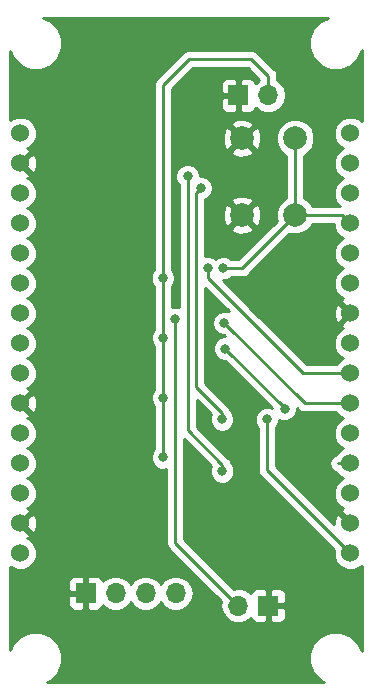
<source format=gbr>
G04 #@! TF.GenerationSoftware,KiCad,Pcbnew,(5.0.2)-1*
G04 #@! TF.CreationDate,2019-06-27T16:40:18+05:30*
G04 #@! TF.ProjectId,mAhTime,6d416854-696d-4652-9e6b-696361645f70,rev?*
G04 #@! TF.SameCoordinates,Original*
G04 #@! TF.FileFunction,Copper,L2,Bot*
G04 #@! TF.FilePolarity,Positive*
%FSLAX46Y46*%
G04 Gerber Fmt 4.6, Leading zero omitted, Abs format (unit mm)*
G04 Created by KiCad (PCBNEW (5.0.2)-1) date 06/27/19 16:40:18*
%MOMM*%
%LPD*%
G01*
G04 APERTURE LIST*
G04 #@! TA.AperFunction,ComponentPad*
%ADD10O,1.700000X1.700000*%
G04 #@! TD*
G04 #@! TA.AperFunction,ComponentPad*
%ADD11R,1.700000X1.700000*%
G04 #@! TD*
G04 #@! TA.AperFunction,ComponentPad*
%ADD12C,1.524000*%
G04 #@! TD*
G04 #@! TA.AperFunction,ComponentPad*
%ADD13C,2.000000*%
G04 #@! TD*
G04 #@! TA.AperFunction,ViaPad*
%ADD14C,0.800000*%
G04 #@! TD*
G04 #@! TA.AperFunction,Conductor*
%ADD15C,0.250000*%
G04 #@! TD*
G04 #@! TA.AperFunction,Conductor*
%ADD16C,0.254000*%
G04 #@! TD*
G04 APERTURE END LIST*
D10*
G04 #@! TO.P,J3,4*
G04 #@! TO.N,/SDA*
X27980000Y-61800000D03*
G04 #@! TO.P,J3,3*
G04 #@! TO.N,/SCL*
X25440000Y-61800000D03*
G04 #@! TO.P,J3,2*
G04 #@! TO.N,/Vcc*
X22900000Y-61800000D03*
D11*
G04 #@! TO.P,J3,1*
G04 #@! TO.N,GND*
X20360000Y-61800000D03*
G04 #@! TD*
D12*
G04 #@! TO.P,U1,1*
G04 #@! TO.N,/Vin*
X14830000Y-22880000D03*
G04 #@! TO.P,U1,2*
G04 #@! TO.N,GND*
X14830000Y-25420000D03*
G04 #@! TO.P,U1,3*
G04 #@! TO.N,Net-(U1-Pad3)*
X14830000Y-27960000D03*
G04 #@! TO.P,U1,4*
G04 #@! TO.N,Net-(U1-Pad4)*
X14830000Y-30500000D03*
G04 #@! TO.P,U1,5*
G04 #@! TO.N,Net-(U1-Pad5)*
X14830000Y-33040000D03*
G04 #@! TO.P,U1,6*
G04 #@! TO.N,Net-(U1-Pad6)*
X14830000Y-35580000D03*
G04 #@! TO.P,U1,7*
G04 #@! TO.N,Net-(U1-Pad7)*
X14830000Y-38120000D03*
G04 #@! TO.P,U1,8*
G04 #@! TO.N,Net-(U1-Pad8)*
X14830000Y-40660000D03*
G04 #@! TO.P,U1,9*
G04 #@! TO.N,Net-(U1-Pad9)*
X14830000Y-43200000D03*
G04 #@! TO.P,U1,10*
G04 #@! TO.N,GND*
X14830000Y-45740000D03*
G04 #@! TO.P,U1,11*
G04 #@! TO.N,/Vcc*
X14830000Y-48280000D03*
G04 #@! TO.P,U1,12*
G04 #@! TO.N,Net-(U1-Pad12)*
X14830000Y-50820000D03*
G04 #@! TO.P,U1,13*
G04 #@! TO.N,Net-(U1-Pad13)*
X14830000Y-53360000D03*
G04 #@! TO.P,U1,14*
G04 #@! TO.N,GND*
X14830000Y-55900000D03*
G04 #@! TO.P,U1,15*
G04 #@! TO.N,Net-(U1-Pad15)*
X14830000Y-58440000D03*
G04 #@! TO.P,U1,16*
G04 #@! TO.N,/Vcc*
X42770000Y-58440000D03*
G04 #@! TO.P,U1,17*
G04 #@! TO.N,GND*
X42770000Y-55900000D03*
G04 #@! TO.P,U1,18*
G04 #@! TO.N,Net-(U1-Pad18)*
X42770000Y-53360000D03*
G04 #@! TO.P,U1,19*
G04 #@! TO.N,Net-(U1-Pad19)*
X42770000Y-50820000D03*
G04 #@! TO.P,U1,20*
G04 #@! TO.N,Net-(U1-Pad20)*
X42770000Y-48280000D03*
G04 #@! TO.P,U1,21*
G04 #@! TO.N,/Ctrl4*
X42770000Y-45740000D03*
G04 #@! TO.P,U1,22*
G04 #@! TO.N,/En_VD*
X42770000Y-43200000D03*
G04 #@! TO.P,U1,23*
G04 #@! TO.N,/SCL*
X42770000Y-40660000D03*
G04 #@! TO.P,U1,24*
G04 #@! TO.N,GND*
X42770000Y-38120000D03*
G04 #@! TO.P,U1,25*
G04 #@! TO.N,/Vcc*
X42770000Y-35580000D03*
G04 #@! TO.P,U1,26*
G04 #@! TO.N,/SDA*
X42770000Y-33040000D03*
G04 #@! TO.P,U1,27*
G04 #@! TO.N,/SW*
X42770000Y-30500000D03*
G04 #@! TO.P,U1,28*
G04 #@! TO.N,/Ctrl3*
X42770000Y-27960000D03*
G04 #@! TO.P,U1,29*
G04 #@! TO.N,/Ctrl2*
X42770000Y-25420000D03*
G04 #@! TO.P,U1,30*
G04 #@! TO.N,/Ctrl1*
X42770000Y-22880000D03*
G04 #@! TD*
D10*
G04 #@! TO.P,J1,2*
G04 #@! TO.N,/Vbat*
X35814000Y-19650000D03*
D11*
G04 #@! TO.P,J1,1*
G04 #@! TO.N,GND*
X33274000Y-19650000D03*
G04 #@! TD*
G04 #@! TO.P,J2,1*
G04 #@! TO.N,GND*
X35814000Y-62865000D03*
D10*
G04 #@! TO.P,J2,2*
G04 #@! TO.N,/dut*
X33274000Y-62865000D03*
G04 #@! TD*
D13*
G04 #@! TO.P,SW1,1*
G04 #@! TO.N,/SW*
X38100000Y-23300000D03*
G04 #@! TO.P,SW1,2*
G04 #@! TO.N,GND*
X33600000Y-23300000D03*
G04 #@! TO.P,SW1,1*
G04 #@! TO.N,/SW*
X38100000Y-29800000D03*
G04 #@! TO.P,SW1,2*
G04 #@! TO.N,GND*
X33600000Y-29800000D03*
G04 #@! TD*
D14*
G04 #@! TO.N,/Ctrl1*
X31920000Y-51500000D03*
X29000000Y-26500000D03*
G04 #@! TO.N,/Ctrl2*
X30100000Y-27500000D03*
X31900000Y-47090000D03*
G04 #@! TO.N,/Ctrl3*
X32160000Y-41100000D03*
X37200000Y-46200000D03*
G04 #@! TO.N,/Ctrl4*
X32100000Y-38930000D03*
G04 #@! TO.N,/Vcc*
X35700000Y-47100000D03*
G04 #@! TO.N,/Vbat*
X26900000Y-40170000D03*
X26900000Y-45270000D03*
X26900000Y-50310000D03*
X26890000Y-35120000D03*
G04 #@! TO.N,/SW*
X32000000Y-34300000D03*
G04 #@! TO.N,/En_VD*
X30700000Y-34300000D03*
G04 #@! TO.N,/dut*
X27940000Y-38590000D03*
G04 #@! TD*
D15*
G04 #@! TO.N,/Ctrl1*
X31920000Y-50934315D02*
X31920000Y-51500000D01*
X29000000Y-26500000D02*
X29000000Y-48014315D01*
X29000000Y-48014315D02*
X31920000Y-50934315D01*
G04 #@! TO.N,/Ctrl2*
X29700001Y-27899999D02*
X30100000Y-27500000D01*
X29700001Y-44324316D02*
X29700001Y-27899999D01*
X31900000Y-46524315D02*
X29700001Y-44324316D01*
X31900000Y-47090000D02*
X31900000Y-46524315D01*
G04 #@! TO.N,/Ctrl3*
X37200000Y-46140000D02*
X37200000Y-46200000D01*
X32160000Y-41100000D02*
X37200000Y-46140000D01*
G04 #@! TO.N,/Ctrl4*
X32100000Y-38930000D02*
X38890000Y-45720000D01*
X38890000Y-45720000D02*
X42810000Y-45720000D01*
G04 #@! TO.N,/Vcc*
X35700000Y-51370000D02*
X42770000Y-58440000D01*
X35700000Y-47100000D02*
X35700000Y-51370000D01*
G04 #@! TO.N,/Vbat*
X26890000Y-40160000D02*
X26900000Y-40170000D01*
X26890000Y-35120000D02*
X26890000Y-40160000D01*
X26900000Y-40735685D02*
X26900000Y-45270000D01*
X26900000Y-40170000D02*
X26900000Y-40735685D01*
X26900000Y-45835685D02*
X26900000Y-50310000D01*
X26900000Y-45270000D02*
X26900000Y-45835685D01*
X35814000Y-18014000D02*
X35814000Y-19650000D01*
X34400000Y-16600000D02*
X35814000Y-18014000D01*
X29100000Y-16600000D02*
X34400000Y-16600000D01*
X26890000Y-35120000D02*
X26890000Y-18810000D01*
X26890000Y-18810000D02*
X29100000Y-16600000D01*
G04 #@! TO.N,/SW*
X38100000Y-24714213D02*
X38100000Y-29800000D01*
X38100000Y-23300000D02*
X38100000Y-24714213D01*
X42070000Y-29800000D02*
X42770000Y-30500000D01*
X38100000Y-29800000D02*
X42070000Y-29800000D01*
X33600000Y-34300000D02*
X38100000Y-29800000D01*
X32000000Y-34300000D02*
X33600000Y-34300000D01*
G04 #@! TO.N,/En_VD*
X41732370Y-43180000D02*
X42810000Y-43180000D01*
X30700000Y-34300000D02*
X30700000Y-35127002D01*
X30700000Y-35127002D02*
X38752998Y-43180000D01*
X38752998Y-43180000D02*
X41732370Y-43180000D01*
G04 #@! TO.N,/dut*
X27940000Y-38590000D02*
X27940000Y-48133000D01*
X27940000Y-48133000D02*
X27940000Y-48260000D01*
X27940000Y-57531000D02*
X33274000Y-62865000D01*
X27940000Y-48133000D02*
X27940000Y-57531000D01*
G04 #@! TO.N,Net-(U1-Pad19)*
X41732370Y-50800000D02*
X42810000Y-50800000D01*
G04 #@! TD*
D16*
G04 #@! TO.N,GND*
G36*
X40262974Y-13345259D02*
X39634259Y-13973974D01*
X39294000Y-14795431D01*
X39294000Y-15684569D01*
X39634259Y-16506026D01*
X40262974Y-17134741D01*
X41084431Y-17475000D01*
X41973569Y-17475000D01*
X42795026Y-17134741D01*
X43423741Y-16506026D01*
X43715000Y-15802865D01*
X43715000Y-21849343D01*
X43561337Y-21695680D01*
X43047881Y-21483000D01*
X42492119Y-21483000D01*
X41978663Y-21695680D01*
X41585680Y-22088663D01*
X41373000Y-22602119D01*
X41373000Y-23157881D01*
X41585680Y-23671337D01*
X41978663Y-24064320D01*
X42185513Y-24150000D01*
X41978663Y-24235680D01*
X41585680Y-24628663D01*
X41373000Y-25142119D01*
X41373000Y-25697881D01*
X41585680Y-26211337D01*
X41978663Y-26604320D01*
X42185513Y-26690000D01*
X41978663Y-26775680D01*
X41585680Y-27168663D01*
X41373000Y-27682119D01*
X41373000Y-28237881D01*
X41585680Y-28751337D01*
X41874343Y-29040000D01*
X39554909Y-29040000D01*
X39486086Y-28873847D01*
X39026153Y-28413914D01*
X38860000Y-28345091D01*
X38860000Y-24754909D01*
X39026153Y-24686086D01*
X39486086Y-24226153D01*
X39735000Y-23625222D01*
X39735000Y-22974778D01*
X39486086Y-22373847D01*
X39026153Y-21913914D01*
X38425222Y-21665000D01*
X37774778Y-21665000D01*
X37173847Y-21913914D01*
X36713914Y-22373847D01*
X36465000Y-22974778D01*
X36465000Y-23625222D01*
X36713914Y-24226153D01*
X37173847Y-24686086D01*
X37340000Y-24754909D01*
X37340001Y-28345091D01*
X37173847Y-28413914D01*
X36713914Y-28873847D01*
X36465000Y-29474778D01*
X36465000Y-30125222D01*
X36533823Y-30291375D01*
X33285199Y-33540000D01*
X32703711Y-33540000D01*
X32586280Y-33422569D01*
X32205874Y-33265000D01*
X31794126Y-33265000D01*
X31413720Y-33422569D01*
X31350000Y-33486289D01*
X31286280Y-33422569D01*
X30905874Y-33265000D01*
X30494126Y-33265000D01*
X30460001Y-33279135D01*
X30460001Y-30952532D01*
X32627073Y-30952532D01*
X32725736Y-31219387D01*
X33335461Y-31445908D01*
X33985460Y-31421856D01*
X34474264Y-31219387D01*
X34572927Y-30952532D01*
X33600000Y-29979605D01*
X32627073Y-30952532D01*
X30460001Y-30952532D01*
X30460001Y-29535461D01*
X31954092Y-29535461D01*
X31978144Y-30185460D01*
X32180613Y-30674264D01*
X32447468Y-30772927D01*
X33420395Y-29800000D01*
X33779605Y-29800000D01*
X34752532Y-30772927D01*
X35019387Y-30674264D01*
X35245908Y-30064539D01*
X35221856Y-29414540D01*
X35019387Y-28925736D01*
X34752532Y-28827073D01*
X33779605Y-29800000D01*
X33420395Y-29800000D01*
X32447468Y-28827073D01*
X32180613Y-28925736D01*
X31954092Y-29535461D01*
X30460001Y-29535461D01*
X30460001Y-28647468D01*
X32627073Y-28647468D01*
X33600000Y-29620395D01*
X34572927Y-28647468D01*
X34474264Y-28380613D01*
X33864539Y-28154092D01*
X33214540Y-28178144D01*
X32725736Y-28380613D01*
X32627073Y-28647468D01*
X30460001Y-28647468D01*
X30460001Y-28471159D01*
X30686280Y-28377431D01*
X30977431Y-28086280D01*
X31135000Y-27705874D01*
X31135000Y-27294126D01*
X30977431Y-26913720D01*
X30686280Y-26622569D01*
X30305874Y-26465000D01*
X30035000Y-26465000D01*
X30035000Y-26294126D01*
X29877431Y-25913720D01*
X29586280Y-25622569D01*
X29205874Y-25465000D01*
X28794126Y-25465000D01*
X28413720Y-25622569D01*
X28122569Y-25913720D01*
X27965000Y-26294126D01*
X27965000Y-26705874D01*
X28122569Y-27086280D01*
X28240000Y-27203711D01*
X28240001Y-37593988D01*
X28145874Y-37555000D01*
X27734126Y-37555000D01*
X27650000Y-37589846D01*
X27650000Y-35823711D01*
X27767431Y-35706280D01*
X27925000Y-35325874D01*
X27925000Y-34914126D01*
X27767431Y-34533720D01*
X27650000Y-34416289D01*
X27650000Y-24452532D01*
X32627073Y-24452532D01*
X32725736Y-24719387D01*
X33335461Y-24945908D01*
X33985460Y-24921856D01*
X34474264Y-24719387D01*
X34572927Y-24452532D01*
X33600000Y-23479605D01*
X32627073Y-24452532D01*
X27650000Y-24452532D01*
X27650000Y-23035461D01*
X31954092Y-23035461D01*
X31978144Y-23685460D01*
X32180613Y-24174264D01*
X32447468Y-24272927D01*
X33420395Y-23300000D01*
X33779605Y-23300000D01*
X34752532Y-24272927D01*
X35019387Y-24174264D01*
X35245908Y-23564539D01*
X35221856Y-22914540D01*
X35019387Y-22425736D01*
X34752532Y-22327073D01*
X33779605Y-23300000D01*
X33420395Y-23300000D01*
X32447468Y-22327073D01*
X32180613Y-22425736D01*
X31954092Y-23035461D01*
X27650000Y-23035461D01*
X27650000Y-22147468D01*
X32627073Y-22147468D01*
X33600000Y-23120395D01*
X34572927Y-22147468D01*
X34474264Y-21880613D01*
X33864539Y-21654092D01*
X33214540Y-21678144D01*
X32725736Y-21880613D01*
X32627073Y-22147468D01*
X27650000Y-22147468D01*
X27650000Y-19935750D01*
X31789000Y-19935750D01*
X31789000Y-20626309D01*
X31885673Y-20859698D01*
X32064301Y-21038327D01*
X32297690Y-21135000D01*
X32988250Y-21135000D01*
X33147000Y-20976250D01*
X33147000Y-19777000D01*
X31947750Y-19777000D01*
X31789000Y-19935750D01*
X27650000Y-19935750D01*
X27650000Y-19124801D01*
X28101110Y-18673691D01*
X31789000Y-18673691D01*
X31789000Y-19364250D01*
X31947750Y-19523000D01*
X33147000Y-19523000D01*
X33147000Y-18323750D01*
X32988250Y-18165000D01*
X32297690Y-18165000D01*
X32064301Y-18261673D01*
X31885673Y-18440302D01*
X31789000Y-18673691D01*
X28101110Y-18673691D01*
X29414802Y-17360000D01*
X34085199Y-17360000D01*
X35054000Y-18328802D01*
X35054000Y-18371822D01*
X34743375Y-18579375D01*
X34728904Y-18601033D01*
X34662327Y-18440302D01*
X34483699Y-18261673D01*
X34250310Y-18165000D01*
X33559750Y-18165000D01*
X33401000Y-18323750D01*
X33401000Y-19523000D01*
X33421000Y-19523000D01*
X33421000Y-19777000D01*
X33401000Y-19777000D01*
X33401000Y-20976250D01*
X33559750Y-21135000D01*
X34250310Y-21135000D01*
X34483699Y-21038327D01*
X34662327Y-20859698D01*
X34728904Y-20698967D01*
X34743375Y-20720625D01*
X35234582Y-21048839D01*
X35667744Y-21135000D01*
X35960256Y-21135000D01*
X36393418Y-21048839D01*
X36884625Y-20720625D01*
X37212839Y-20229418D01*
X37328092Y-19650000D01*
X37212839Y-19070582D01*
X36884625Y-18579375D01*
X36574000Y-18371822D01*
X36574000Y-18088847D01*
X36588888Y-18014000D01*
X36574000Y-17939153D01*
X36574000Y-17939148D01*
X36529904Y-17717463D01*
X36361929Y-17466071D01*
X36298473Y-17423671D01*
X34990331Y-16115530D01*
X34947929Y-16052071D01*
X34696537Y-15884096D01*
X34474852Y-15840000D01*
X34474847Y-15840000D01*
X34400000Y-15825112D01*
X34325153Y-15840000D01*
X29174847Y-15840000D01*
X29100000Y-15825112D01*
X29025153Y-15840000D01*
X29025148Y-15840000D01*
X28803463Y-15884096D01*
X28552071Y-16052071D01*
X28509671Y-16115527D01*
X26405528Y-18219671D01*
X26342072Y-18262071D01*
X26299672Y-18325527D01*
X26299671Y-18325528D01*
X26174097Y-18513463D01*
X26115112Y-18810000D01*
X26130001Y-18884852D01*
X26130000Y-34416289D01*
X26012569Y-34533720D01*
X25855000Y-34914126D01*
X25855000Y-35325874D01*
X26012569Y-35706280D01*
X26130000Y-35823711D01*
X26130001Y-39476288D01*
X26022569Y-39583720D01*
X25865000Y-39964126D01*
X25865000Y-40375874D01*
X26022569Y-40756280D01*
X26140000Y-40873711D01*
X26140001Y-44566288D01*
X26022569Y-44683720D01*
X25865000Y-45064126D01*
X25865000Y-45475874D01*
X26022569Y-45856280D01*
X26140000Y-45973711D01*
X26140001Y-49606288D01*
X26022569Y-49723720D01*
X25865000Y-50104126D01*
X25865000Y-50515874D01*
X26022569Y-50896280D01*
X26313720Y-51187431D01*
X26694126Y-51345000D01*
X27105874Y-51345000D01*
X27180000Y-51314296D01*
X27180001Y-57456148D01*
X27165112Y-57531000D01*
X27180001Y-57605852D01*
X27224097Y-57827537D01*
X27392072Y-58078929D01*
X27455528Y-58121329D01*
X31832791Y-62498593D01*
X31759908Y-62865000D01*
X31875161Y-63444418D01*
X32203375Y-63935625D01*
X32694582Y-64263839D01*
X33127744Y-64350000D01*
X33420256Y-64350000D01*
X33853418Y-64263839D01*
X34344625Y-63935625D01*
X34359096Y-63913967D01*
X34425673Y-64074698D01*
X34604301Y-64253327D01*
X34837690Y-64350000D01*
X35528250Y-64350000D01*
X35687000Y-64191250D01*
X35687000Y-62992000D01*
X35941000Y-62992000D01*
X35941000Y-64191250D01*
X36099750Y-64350000D01*
X36790310Y-64350000D01*
X37023699Y-64253327D01*
X37202327Y-64074698D01*
X37299000Y-63841309D01*
X37299000Y-63150750D01*
X37140250Y-62992000D01*
X35941000Y-62992000D01*
X35687000Y-62992000D01*
X35667000Y-62992000D01*
X35667000Y-62738000D01*
X35687000Y-62738000D01*
X35687000Y-61538750D01*
X35941000Y-61538750D01*
X35941000Y-62738000D01*
X37140250Y-62738000D01*
X37299000Y-62579250D01*
X37299000Y-61888691D01*
X37202327Y-61655302D01*
X37023699Y-61476673D01*
X36790310Y-61380000D01*
X36099750Y-61380000D01*
X35941000Y-61538750D01*
X35687000Y-61538750D01*
X35528250Y-61380000D01*
X34837690Y-61380000D01*
X34604301Y-61476673D01*
X34425673Y-61655302D01*
X34359096Y-61816033D01*
X34344625Y-61794375D01*
X33853418Y-61466161D01*
X33420256Y-61380000D01*
X33127744Y-61380000D01*
X32907593Y-61423791D01*
X28700000Y-57216199D01*
X28700000Y-48789116D01*
X30978728Y-51067845D01*
X30885000Y-51294126D01*
X30885000Y-51705874D01*
X31042569Y-52086280D01*
X31333720Y-52377431D01*
X31714126Y-52535000D01*
X32125874Y-52535000D01*
X32506280Y-52377431D01*
X32797431Y-52086280D01*
X32955000Y-51705874D01*
X32955000Y-51294126D01*
X32797431Y-50913720D01*
X32664314Y-50780603D01*
X32635904Y-50637778D01*
X32467929Y-50386386D01*
X32404473Y-50343986D01*
X29760000Y-47699514D01*
X29760000Y-45459117D01*
X30958728Y-46657846D01*
X30865000Y-46884126D01*
X30865000Y-47295874D01*
X31022569Y-47676280D01*
X31313720Y-47967431D01*
X31694126Y-48125000D01*
X32105874Y-48125000D01*
X32486280Y-47967431D01*
X32777431Y-47676280D01*
X32935000Y-47295874D01*
X32935000Y-46884126D01*
X32777431Y-46503720D01*
X32644314Y-46370603D01*
X32615904Y-46227778D01*
X32557252Y-46139999D01*
X32490329Y-46039841D01*
X32490327Y-46039839D01*
X32447929Y-45976386D01*
X32384476Y-45933988D01*
X30460001Y-44009515D01*
X30460001Y-35961804D01*
X32454943Y-37956746D01*
X32305874Y-37895000D01*
X31894126Y-37895000D01*
X31513720Y-38052569D01*
X31222569Y-38343720D01*
X31065000Y-38724126D01*
X31065000Y-39135874D01*
X31222569Y-39516280D01*
X31513720Y-39807431D01*
X31894126Y-39965000D01*
X32060199Y-39965000D01*
X32160199Y-40065000D01*
X31954126Y-40065000D01*
X31573720Y-40222569D01*
X31282569Y-40513720D01*
X31125000Y-40894126D01*
X31125000Y-41305874D01*
X31282569Y-41686280D01*
X31573720Y-41977431D01*
X31954126Y-42135000D01*
X32120199Y-42135000D01*
X36152249Y-46167052D01*
X35905874Y-46065000D01*
X35494126Y-46065000D01*
X35113720Y-46222569D01*
X34822569Y-46513720D01*
X34665000Y-46894126D01*
X34665000Y-47305874D01*
X34822569Y-47686280D01*
X34940000Y-47803711D01*
X34940001Y-51295148D01*
X34925112Y-51370000D01*
X34984097Y-51666537D01*
X35012606Y-51709203D01*
X35152072Y-51917929D01*
X35215528Y-51960329D01*
X41385980Y-58130782D01*
X41373000Y-58162119D01*
X41373000Y-58717881D01*
X41585680Y-59231337D01*
X41978663Y-59624320D01*
X42492119Y-59837000D01*
X43047881Y-59837000D01*
X43561337Y-59624320D01*
X43715001Y-59470656D01*
X43715001Y-66747137D01*
X43423741Y-66043974D01*
X42795026Y-65415259D01*
X41973569Y-65075000D01*
X41084431Y-65075000D01*
X40262974Y-65415259D01*
X39634259Y-66043974D01*
X39294000Y-66865431D01*
X39294000Y-67754569D01*
X39634259Y-68576026D01*
X40262974Y-69204741D01*
X40529162Y-69315000D01*
X17128838Y-69315000D01*
X17395026Y-69204741D01*
X18023741Y-68576026D01*
X18364000Y-67754569D01*
X18364000Y-66865431D01*
X18023741Y-66043974D01*
X17395026Y-65415259D01*
X16573569Y-65075000D01*
X15684431Y-65075000D01*
X14862974Y-65415259D01*
X14234259Y-66043974D01*
X13985000Y-66645738D01*
X13985000Y-62085750D01*
X18875000Y-62085750D01*
X18875000Y-62776309D01*
X18971673Y-63009698D01*
X19150301Y-63188327D01*
X19383690Y-63285000D01*
X20074250Y-63285000D01*
X20233000Y-63126250D01*
X20233000Y-61927000D01*
X19033750Y-61927000D01*
X18875000Y-62085750D01*
X13985000Y-62085750D01*
X13985000Y-60823691D01*
X18875000Y-60823691D01*
X18875000Y-61514250D01*
X19033750Y-61673000D01*
X20233000Y-61673000D01*
X20233000Y-60473750D01*
X20487000Y-60473750D01*
X20487000Y-61673000D01*
X20507000Y-61673000D01*
X20507000Y-61927000D01*
X20487000Y-61927000D01*
X20487000Y-63126250D01*
X20645750Y-63285000D01*
X21336310Y-63285000D01*
X21569699Y-63188327D01*
X21748327Y-63009698D01*
X21814904Y-62848967D01*
X21829375Y-62870625D01*
X22320582Y-63198839D01*
X22753744Y-63285000D01*
X23046256Y-63285000D01*
X23479418Y-63198839D01*
X23970625Y-62870625D01*
X24170000Y-62572239D01*
X24369375Y-62870625D01*
X24860582Y-63198839D01*
X25293744Y-63285000D01*
X25586256Y-63285000D01*
X26019418Y-63198839D01*
X26510625Y-62870625D01*
X26710000Y-62572239D01*
X26909375Y-62870625D01*
X27400582Y-63198839D01*
X27833744Y-63285000D01*
X28126256Y-63285000D01*
X28559418Y-63198839D01*
X29050625Y-62870625D01*
X29378839Y-62379418D01*
X29494092Y-61800000D01*
X29378839Y-61220582D01*
X29050625Y-60729375D01*
X28559418Y-60401161D01*
X28126256Y-60315000D01*
X27833744Y-60315000D01*
X27400582Y-60401161D01*
X26909375Y-60729375D01*
X26710000Y-61027761D01*
X26510625Y-60729375D01*
X26019418Y-60401161D01*
X25586256Y-60315000D01*
X25293744Y-60315000D01*
X24860582Y-60401161D01*
X24369375Y-60729375D01*
X24170000Y-61027761D01*
X23970625Y-60729375D01*
X23479418Y-60401161D01*
X23046256Y-60315000D01*
X22753744Y-60315000D01*
X22320582Y-60401161D01*
X21829375Y-60729375D01*
X21814904Y-60751033D01*
X21748327Y-60590302D01*
X21569699Y-60411673D01*
X21336310Y-60315000D01*
X20645750Y-60315000D01*
X20487000Y-60473750D01*
X20233000Y-60473750D01*
X20074250Y-60315000D01*
X19383690Y-60315000D01*
X19150301Y-60411673D01*
X18971673Y-60590302D01*
X18875000Y-60823691D01*
X13985000Y-60823691D01*
X13985000Y-59570657D01*
X14038663Y-59624320D01*
X14552119Y-59837000D01*
X15107881Y-59837000D01*
X15621337Y-59624320D01*
X16014320Y-59231337D01*
X16227000Y-58717881D01*
X16227000Y-58162119D01*
X16014320Y-57648663D01*
X15621337Y-57255680D01*
X15430353Y-57176572D01*
X15561143Y-57122397D01*
X15630608Y-56880213D01*
X14830000Y-56079605D01*
X14815858Y-56093748D01*
X14636253Y-55914143D01*
X14650395Y-55900000D01*
X15009605Y-55900000D01*
X15810213Y-56700608D01*
X16052397Y-56631143D01*
X16239144Y-56107698D01*
X16211362Y-55552632D01*
X16052397Y-55168857D01*
X15810213Y-55099392D01*
X15009605Y-55900000D01*
X14650395Y-55900000D01*
X14636253Y-55885858D01*
X14815858Y-55706253D01*
X14830000Y-55720395D01*
X15630608Y-54919787D01*
X15561143Y-54677603D01*
X15420607Y-54627465D01*
X15621337Y-54544320D01*
X16014320Y-54151337D01*
X16227000Y-53637881D01*
X16227000Y-53082119D01*
X16014320Y-52568663D01*
X15621337Y-52175680D01*
X15414487Y-52090000D01*
X15621337Y-52004320D01*
X16014320Y-51611337D01*
X16227000Y-51097881D01*
X16227000Y-50542119D01*
X16014320Y-50028663D01*
X15621337Y-49635680D01*
X15414487Y-49550000D01*
X15621337Y-49464320D01*
X16014320Y-49071337D01*
X16227000Y-48557881D01*
X16227000Y-48002119D01*
X16014320Y-47488663D01*
X15621337Y-47095680D01*
X15430353Y-47016572D01*
X15561143Y-46962397D01*
X15630608Y-46720213D01*
X14830000Y-45919605D01*
X14815858Y-45933748D01*
X14636253Y-45754143D01*
X14650395Y-45740000D01*
X15009605Y-45740000D01*
X15810213Y-46540608D01*
X16052397Y-46471143D01*
X16239144Y-45947698D01*
X16211362Y-45392632D01*
X16052397Y-45008857D01*
X15810213Y-44939392D01*
X15009605Y-45740000D01*
X14650395Y-45740000D01*
X14636253Y-45725858D01*
X14815858Y-45546253D01*
X14830000Y-45560395D01*
X15630608Y-44759787D01*
X15561143Y-44517603D01*
X15420607Y-44467465D01*
X15621337Y-44384320D01*
X16014320Y-43991337D01*
X16227000Y-43477881D01*
X16227000Y-42922119D01*
X16014320Y-42408663D01*
X15621337Y-42015680D01*
X15414487Y-41930000D01*
X15621337Y-41844320D01*
X16014320Y-41451337D01*
X16227000Y-40937881D01*
X16227000Y-40382119D01*
X16014320Y-39868663D01*
X15621337Y-39475680D01*
X15414487Y-39390000D01*
X15621337Y-39304320D01*
X16014320Y-38911337D01*
X16227000Y-38397881D01*
X16227000Y-37842119D01*
X16014320Y-37328663D01*
X15621337Y-36935680D01*
X15414487Y-36850000D01*
X15621337Y-36764320D01*
X16014320Y-36371337D01*
X16227000Y-35857881D01*
X16227000Y-35302119D01*
X16014320Y-34788663D01*
X15621337Y-34395680D01*
X15414487Y-34310000D01*
X15621337Y-34224320D01*
X16014320Y-33831337D01*
X16227000Y-33317881D01*
X16227000Y-32762119D01*
X16014320Y-32248663D01*
X15621337Y-31855680D01*
X15414487Y-31770000D01*
X15621337Y-31684320D01*
X16014320Y-31291337D01*
X16227000Y-30777881D01*
X16227000Y-30222119D01*
X16014320Y-29708663D01*
X15621337Y-29315680D01*
X15414487Y-29230000D01*
X15621337Y-29144320D01*
X16014320Y-28751337D01*
X16227000Y-28237881D01*
X16227000Y-27682119D01*
X16014320Y-27168663D01*
X15621337Y-26775680D01*
X15430353Y-26696572D01*
X15561143Y-26642397D01*
X15630608Y-26400213D01*
X14830000Y-25599605D01*
X14815858Y-25613748D01*
X14636253Y-25434143D01*
X14650395Y-25420000D01*
X15009605Y-25420000D01*
X15810213Y-26220608D01*
X16052397Y-26151143D01*
X16239144Y-25627698D01*
X16211362Y-25072632D01*
X16052397Y-24688857D01*
X15810213Y-24619392D01*
X15009605Y-25420000D01*
X14650395Y-25420000D01*
X14636253Y-25405858D01*
X14815858Y-25226253D01*
X14830000Y-25240395D01*
X15630608Y-24439787D01*
X15561143Y-24197603D01*
X15420607Y-24147465D01*
X15621337Y-24064320D01*
X16014320Y-23671337D01*
X16227000Y-23157881D01*
X16227000Y-22602119D01*
X16014320Y-22088663D01*
X15621337Y-21695680D01*
X15107881Y-21483000D01*
X14552119Y-21483000D01*
X14038663Y-21695680D01*
X13985000Y-21749343D01*
X13985000Y-15904262D01*
X14234259Y-16506026D01*
X14862974Y-17134741D01*
X15684431Y-17475000D01*
X16573569Y-17475000D01*
X17395026Y-17134741D01*
X18023741Y-16506026D01*
X18364000Y-15684569D01*
X18364000Y-14795431D01*
X18023741Y-13973974D01*
X17395026Y-13345259D01*
X16766706Y-13085000D01*
X40891294Y-13085000D01*
X40262974Y-13345259D01*
X40262974Y-13345259D01*
G37*
X40262974Y-13345259D02*
X39634259Y-13973974D01*
X39294000Y-14795431D01*
X39294000Y-15684569D01*
X39634259Y-16506026D01*
X40262974Y-17134741D01*
X41084431Y-17475000D01*
X41973569Y-17475000D01*
X42795026Y-17134741D01*
X43423741Y-16506026D01*
X43715000Y-15802865D01*
X43715000Y-21849343D01*
X43561337Y-21695680D01*
X43047881Y-21483000D01*
X42492119Y-21483000D01*
X41978663Y-21695680D01*
X41585680Y-22088663D01*
X41373000Y-22602119D01*
X41373000Y-23157881D01*
X41585680Y-23671337D01*
X41978663Y-24064320D01*
X42185513Y-24150000D01*
X41978663Y-24235680D01*
X41585680Y-24628663D01*
X41373000Y-25142119D01*
X41373000Y-25697881D01*
X41585680Y-26211337D01*
X41978663Y-26604320D01*
X42185513Y-26690000D01*
X41978663Y-26775680D01*
X41585680Y-27168663D01*
X41373000Y-27682119D01*
X41373000Y-28237881D01*
X41585680Y-28751337D01*
X41874343Y-29040000D01*
X39554909Y-29040000D01*
X39486086Y-28873847D01*
X39026153Y-28413914D01*
X38860000Y-28345091D01*
X38860000Y-24754909D01*
X39026153Y-24686086D01*
X39486086Y-24226153D01*
X39735000Y-23625222D01*
X39735000Y-22974778D01*
X39486086Y-22373847D01*
X39026153Y-21913914D01*
X38425222Y-21665000D01*
X37774778Y-21665000D01*
X37173847Y-21913914D01*
X36713914Y-22373847D01*
X36465000Y-22974778D01*
X36465000Y-23625222D01*
X36713914Y-24226153D01*
X37173847Y-24686086D01*
X37340000Y-24754909D01*
X37340001Y-28345091D01*
X37173847Y-28413914D01*
X36713914Y-28873847D01*
X36465000Y-29474778D01*
X36465000Y-30125222D01*
X36533823Y-30291375D01*
X33285199Y-33540000D01*
X32703711Y-33540000D01*
X32586280Y-33422569D01*
X32205874Y-33265000D01*
X31794126Y-33265000D01*
X31413720Y-33422569D01*
X31350000Y-33486289D01*
X31286280Y-33422569D01*
X30905874Y-33265000D01*
X30494126Y-33265000D01*
X30460001Y-33279135D01*
X30460001Y-30952532D01*
X32627073Y-30952532D01*
X32725736Y-31219387D01*
X33335461Y-31445908D01*
X33985460Y-31421856D01*
X34474264Y-31219387D01*
X34572927Y-30952532D01*
X33600000Y-29979605D01*
X32627073Y-30952532D01*
X30460001Y-30952532D01*
X30460001Y-29535461D01*
X31954092Y-29535461D01*
X31978144Y-30185460D01*
X32180613Y-30674264D01*
X32447468Y-30772927D01*
X33420395Y-29800000D01*
X33779605Y-29800000D01*
X34752532Y-30772927D01*
X35019387Y-30674264D01*
X35245908Y-30064539D01*
X35221856Y-29414540D01*
X35019387Y-28925736D01*
X34752532Y-28827073D01*
X33779605Y-29800000D01*
X33420395Y-29800000D01*
X32447468Y-28827073D01*
X32180613Y-28925736D01*
X31954092Y-29535461D01*
X30460001Y-29535461D01*
X30460001Y-28647468D01*
X32627073Y-28647468D01*
X33600000Y-29620395D01*
X34572927Y-28647468D01*
X34474264Y-28380613D01*
X33864539Y-28154092D01*
X33214540Y-28178144D01*
X32725736Y-28380613D01*
X32627073Y-28647468D01*
X30460001Y-28647468D01*
X30460001Y-28471159D01*
X30686280Y-28377431D01*
X30977431Y-28086280D01*
X31135000Y-27705874D01*
X31135000Y-27294126D01*
X30977431Y-26913720D01*
X30686280Y-26622569D01*
X30305874Y-26465000D01*
X30035000Y-26465000D01*
X30035000Y-26294126D01*
X29877431Y-25913720D01*
X29586280Y-25622569D01*
X29205874Y-25465000D01*
X28794126Y-25465000D01*
X28413720Y-25622569D01*
X28122569Y-25913720D01*
X27965000Y-26294126D01*
X27965000Y-26705874D01*
X28122569Y-27086280D01*
X28240000Y-27203711D01*
X28240001Y-37593988D01*
X28145874Y-37555000D01*
X27734126Y-37555000D01*
X27650000Y-37589846D01*
X27650000Y-35823711D01*
X27767431Y-35706280D01*
X27925000Y-35325874D01*
X27925000Y-34914126D01*
X27767431Y-34533720D01*
X27650000Y-34416289D01*
X27650000Y-24452532D01*
X32627073Y-24452532D01*
X32725736Y-24719387D01*
X33335461Y-24945908D01*
X33985460Y-24921856D01*
X34474264Y-24719387D01*
X34572927Y-24452532D01*
X33600000Y-23479605D01*
X32627073Y-24452532D01*
X27650000Y-24452532D01*
X27650000Y-23035461D01*
X31954092Y-23035461D01*
X31978144Y-23685460D01*
X32180613Y-24174264D01*
X32447468Y-24272927D01*
X33420395Y-23300000D01*
X33779605Y-23300000D01*
X34752532Y-24272927D01*
X35019387Y-24174264D01*
X35245908Y-23564539D01*
X35221856Y-22914540D01*
X35019387Y-22425736D01*
X34752532Y-22327073D01*
X33779605Y-23300000D01*
X33420395Y-23300000D01*
X32447468Y-22327073D01*
X32180613Y-22425736D01*
X31954092Y-23035461D01*
X27650000Y-23035461D01*
X27650000Y-22147468D01*
X32627073Y-22147468D01*
X33600000Y-23120395D01*
X34572927Y-22147468D01*
X34474264Y-21880613D01*
X33864539Y-21654092D01*
X33214540Y-21678144D01*
X32725736Y-21880613D01*
X32627073Y-22147468D01*
X27650000Y-22147468D01*
X27650000Y-19935750D01*
X31789000Y-19935750D01*
X31789000Y-20626309D01*
X31885673Y-20859698D01*
X32064301Y-21038327D01*
X32297690Y-21135000D01*
X32988250Y-21135000D01*
X33147000Y-20976250D01*
X33147000Y-19777000D01*
X31947750Y-19777000D01*
X31789000Y-19935750D01*
X27650000Y-19935750D01*
X27650000Y-19124801D01*
X28101110Y-18673691D01*
X31789000Y-18673691D01*
X31789000Y-19364250D01*
X31947750Y-19523000D01*
X33147000Y-19523000D01*
X33147000Y-18323750D01*
X32988250Y-18165000D01*
X32297690Y-18165000D01*
X32064301Y-18261673D01*
X31885673Y-18440302D01*
X31789000Y-18673691D01*
X28101110Y-18673691D01*
X29414802Y-17360000D01*
X34085199Y-17360000D01*
X35054000Y-18328802D01*
X35054000Y-18371822D01*
X34743375Y-18579375D01*
X34728904Y-18601033D01*
X34662327Y-18440302D01*
X34483699Y-18261673D01*
X34250310Y-18165000D01*
X33559750Y-18165000D01*
X33401000Y-18323750D01*
X33401000Y-19523000D01*
X33421000Y-19523000D01*
X33421000Y-19777000D01*
X33401000Y-19777000D01*
X33401000Y-20976250D01*
X33559750Y-21135000D01*
X34250310Y-21135000D01*
X34483699Y-21038327D01*
X34662327Y-20859698D01*
X34728904Y-20698967D01*
X34743375Y-20720625D01*
X35234582Y-21048839D01*
X35667744Y-21135000D01*
X35960256Y-21135000D01*
X36393418Y-21048839D01*
X36884625Y-20720625D01*
X37212839Y-20229418D01*
X37328092Y-19650000D01*
X37212839Y-19070582D01*
X36884625Y-18579375D01*
X36574000Y-18371822D01*
X36574000Y-18088847D01*
X36588888Y-18014000D01*
X36574000Y-17939153D01*
X36574000Y-17939148D01*
X36529904Y-17717463D01*
X36361929Y-17466071D01*
X36298473Y-17423671D01*
X34990331Y-16115530D01*
X34947929Y-16052071D01*
X34696537Y-15884096D01*
X34474852Y-15840000D01*
X34474847Y-15840000D01*
X34400000Y-15825112D01*
X34325153Y-15840000D01*
X29174847Y-15840000D01*
X29100000Y-15825112D01*
X29025153Y-15840000D01*
X29025148Y-15840000D01*
X28803463Y-15884096D01*
X28552071Y-16052071D01*
X28509671Y-16115527D01*
X26405528Y-18219671D01*
X26342072Y-18262071D01*
X26299672Y-18325527D01*
X26299671Y-18325528D01*
X26174097Y-18513463D01*
X26115112Y-18810000D01*
X26130001Y-18884852D01*
X26130000Y-34416289D01*
X26012569Y-34533720D01*
X25855000Y-34914126D01*
X25855000Y-35325874D01*
X26012569Y-35706280D01*
X26130000Y-35823711D01*
X26130001Y-39476288D01*
X26022569Y-39583720D01*
X25865000Y-39964126D01*
X25865000Y-40375874D01*
X26022569Y-40756280D01*
X26140000Y-40873711D01*
X26140001Y-44566288D01*
X26022569Y-44683720D01*
X25865000Y-45064126D01*
X25865000Y-45475874D01*
X26022569Y-45856280D01*
X26140000Y-45973711D01*
X26140001Y-49606288D01*
X26022569Y-49723720D01*
X25865000Y-50104126D01*
X25865000Y-50515874D01*
X26022569Y-50896280D01*
X26313720Y-51187431D01*
X26694126Y-51345000D01*
X27105874Y-51345000D01*
X27180000Y-51314296D01*
X27180001Y-57456148D01*
X27165112Y-57531000D01*
X27180001Y-57605852D01*
X27224097Y-57827537D01*
X27392072Y-58078929D01*
X27455528Y-58121329D01*
X31832791Y-62498593D01*
X31759908Y-62865000D01*
X31875161Y-63444418D01*
X32203375Y-63935625D01*
X32694582Y-64263839D01*
X33127744Y-64350000D01*
X33420256Y-64350000D01*
X33853418Y-64263839D01*
X34344625Y-63935625D01*
X34359096Y-63913967D01*
X34425673Y-64074698D01*
X34604301Y-64253327D01*
X34837690Y-64350000D01*
X35528250Y-64350000D01*
X35687000Y-64191250D01*
X35687000Y-62992000D01*
X35941000Y-62992000D01*
X35941000Y-64191250D01*
X36099750Y-64350000D01*
X36790310Y-64350000D01*
X37023699Y-64253327D01*
X37202327Y-64074698D01*
X37299000Y-63841309D01*
X37299000Y-63150750D01*
X37140250Y-62992000D01*
X35941000Y-62992000D01*
X35687000Y-62992000D01*
X35667000Y-62992000D01*
X35667000Y-62738000D01*
X35687000Y-62738000D01*
X35687000Y-61538750D01*
X35941000Y-61538750D01*
X35941000Y-62738000D01*
X37140250Y-62738000D01*
X37299000Y-62579250D01*
X37299000Y-61888691D01*
X37202327Y-61655302D01*
X37023699Y-61476673D01*
X36790310Y-61380000D01*
X36099750Y-61380000D01*
X35941000Y-61538750D01*
X35687000Y-61538750D01*
X35528250Y-61380000D01*
X34837690Y-61380000D01*
X34604301Y-61476673D01*
X34425673Y-61655302D01*
X34359096Y-61816033D01*
X34344625Y-61794375D01*
X33853418Y-61466161D01*
X33420256Y-61380000D01*
X33127744Y-61380000D01*
X32907593Y-61423791D01*
X28700000Y-57216199D01*
X28700000Y-48789116D01*
X30978728Y-51067845D01*
X30885000Y-51294126D01*
X30885000Y-51705874D01*
X31042569Y-52086280D01*
X31333720Y-52377431D01*
X31714126Y-52535000D01*
X32125874Y-52535000D01*
X32506280Y-52377431D01*
X32797431Y-52086280D01*
X32955000Y-51705874D01*
X32955000Y-51294126D01*
X32797431Y-50913720D01*
X32664314Y-50780603D01*
X32635904Y-50637778D01*
X32467929Y-50386386D01*
X32404473Y-50343986D01*
X29760000Y-47699514D01*
X29760000Y-45459117D01*
X30958728Y-46657846D01*
X30865000Y-46884126D01*
X30865000Y-47295874D01*
X31022569Y-47676280D01*
X31313720Y-47967431D01*
X31694126Y-48125000D01*
X32105874Y-48125000D01*
X32486280Y-47967431D01*
X32777431Y-47676280D01*
X32935000Y-47295874D01*
X32935000Y-46884126D01*
X32777431Y-46503720D01*
X32644314Y-46370603D01*
X32615904Y-46227778D01*
X32557252Y-46139999D01*
X32490329Y-46039841D01*
X32490327Y-46039839D01*
X32447929Y-45976386D01*
X32384476Y-45933988D01*
X30460001Y-44009515D01*
X30460001Y-35961804D01*
X32454943Y-37956746D01*
X32305874Y-37895000D01*
X31894126Y-37895000D01*
X31513720Y-38052569D01*
X31222569Y-38343720D01*
X31065000Y-38724126D01*
X31065000Y-39135874D01*
X31222569Y-39516280D01*
X31513720Y-39807431D01*
X31894126Y-39965000D01*
X32060199Y-39965000D01*
X32160199Y-40065000D01*
X31954126Y-40065000D01*
X31573720Y-40222569D01*
X31282569Y-40513720D01*
X31125000Y-40894126D01*
X31125000Y-41305874D01*
X31282569Y-41686280D01*
X31573720Y-41977431D01*
X31954126Y-42135000D01*
X32120199Y-42135000D01*
X36152249Y-46167052D01*
X35905874Y-46065000D01*
X35494126Y-46065000D01*
X35113720Y-46222569D01*
X34822569Y-46513720D01*
X34665000Y-46894126D01*
X34665000Y-47305874D01*
X34822569Y-47686280D01*
X34940000Y-47803711D01*
X34940001Y-51295148D01*
X34925112Y-51370000D01*
X34984097Y-51666537D01*
X35012606Y-51709203D01*
X35152072Y-51917929D01*
X35215528Y-51960329D01*
X41385980Y-58130782D01*
X41373000Y-58162119D01*
X41373000Y-58717881D01*
X41585680Y-59231337D01*
X41978663Y-59624320D01*
X42492119Y-59837000D01*
X43047881Y-59837000D01*
X43561337Y-59624320D01*
X43715001Y-59470656D01*
X43715001Y-66747137D01*
X43423741Y-66043974D01*
X42795026Y-65415259D01*
X41973569Y-65075000D01*
X41084431Y-65075000D01*
X40262974Y-65415259D01*
X39634259Y-66043974D01*
X39294000Y-66865431D01*
X39294000Y-67754569D01*
X39634259Y-68576026D01*
X40262974Y-69204741D01*
X40529162Y-69315000D01*
X17128838Y-69315000D01*
X17395026Y-69204741D01*
X18023741Y-68576026D01*
X18364000Y-67754569D01*
X18364000Y-66865431D01*
X18023741Y-66043974D01*
X17395026Y-65415259D01*
X16573569Y-65075000D01*
X15684431Y-65075000D01*
X14862974Y-65415259D01*
X14234259Y-66043974D01*
X13985000Y-66645738D01*
X13985000Y-62085750D01*
X18875000Y-62085750D01*
X18875000Y-62776309D01*
X18971673Y-63009698D01*
X19150301Y-63188327D01*
X19383690Y-63285000D01*
X20074250Y-63285000D01*
X20233000Y-63126250D01*
X20233000Y-61927000D01*
X19033750Y-61927000D01*
X18875000Y-62085750D01*
X13985000Y-62085750D01*
X13985000Y-60823691D01*
X18875000Y-60823691D01*
X18875000Y-61514250D01*
X19033750Y-61673000D01*
X20233000Y-61673000D01*
X20233000Y-60473750D01*
X20487000Y-60473750D01*
X20487000Y-61673000D01*
X20507000Y-61673000D01*
X20507000Y-61927000D01*
X20487000Y-61927000D01*
X20487000Y-63126250D01*
X20645750Y-63285000D01*
X21336310Y-63285000D01*
X21569699Y-63188327D01*
X21748327Y-63009698D01*
X21814904Y-62848967D01*
X21829375Y-62870625D01*
X22320582Y-63198839D01*
X22753744Y-63285000D01*
X23046256Y-63285000D01*
X23479418Y-63198839D01*
X23970625Y-62870625D01*
X24170000Y-62572239D01*
X24369375Y-62870625D01*
X24860582Y-63198839D01*
X25293744Y-63285000D01*
X25586256Y-63285000D01*
X26019418Y-63198839D01*
X26510625Y-62870625D01*
X26710000Y-62572239D01*
X26909375Y-62870625D01*
X27400582Y-63198839D01*
X27833744Y-63285000D01*
X28126256Y-63285000D01*
X28559418Y-63198839D01*
X29050625Y-62870625D01*
X29378839Y-62379418D01*
X29494092Y-61800000D01*
X29378839Y-61220582D01*
X29050625Y-60729375D01*
X28559418Y-60401161D01*
X28126256Y-60315000D01*
X27833744Y-60315000D01*
X27400582Y-60401161D01*
X26909375Y-60729375D01*
X26710000Y-61027761D01*
X26510625Y-60729375D01*
X26019418Y-60401161D01*
X25586256Y-60315000D01*
X25293744Y-60315000D01*
X24860582Y-60401161D01*
X24369375Y-60729375D01*
X24170000Y-61027761D01*
X23970625Y-60729375D01*
X23479418Y-60401161D01*
X23046256Y-60315000D01*
X22753744Y-60315000D01*
X22320582Y-60401161D01*
X21829375Y-60729375D01*
X21814904Y-60751033D01*
X21748327Y-60590302D01*
X21569699Y-60411673D01*
X21336310Y-60315000D01*
X20645750Y-60315000D01*
X20487000Y-60473750D01*
X20233000Y-60473750D01*
X20074250Y-60315000D01*
X19383690Y-60315000D01*
X19150301Y-60411673D01*
X18971673Y-60590302D01*
X18875000Y-60823691D01*
X13985000Y-60823691D01*
X13985000Y-59570657D01*
X14038663Y-59624320D01*
X14552119Y-59837000D01*
X15107881Y-59837000D01*
X15621337Y-59624320D01*
X16014320Y-59231337D01*
X16227000Y-58717881D01*
X16227000Y-58162119D01*
X16014320Y-57648663D01*
X15621337Y-57255680D01*
X15430353Y-57176572D01*
X15561143Y-57122397D01*
X15630608Y-56880213D01*
X14830000Y-56079605D01*
X14815858Y-56093748D01*
X14636253Y-55914143D01*
X14650395Y-55900000D01*
X15009605Y-55900000D01*
X15810213Y-56700608D01*
X16052397Y-56631143D01*
X16239144Y-56107698D01*
X16211362Y-55552632D01*
X16052397Y-55168857D01*
X15810213Y-55099392D01*
X15009605Y-55900000D01*
X14650395Y-55900000D01*
X14636253Y-55885858D01*
X14815858Y-55706253D01*
X14830000Y-55720395D01*
X15630608Y-54919787D01*
X15561143Y-54677603D01*
X15420607Y-54627465D01*
X15621337Y-54544320D01*
X16014320Y-54151337D01*
X16227000Y-53637881D01*
X16227000Y-53082119D01*
X16014320Y-52568663D01*
X15621337Y-52175680D01*
X15414487Y-52090000D01*
X15621337Y-52004320D01*
X16014320Y-51611337D01*
X16227000Y-51097881D01*
X16227000Y-50542119D01*
X16014320Y-50028663D01*
X15621337Y-49635680D01*
X15414487Y-49550000D01*
X15621337Y-49464320D01*
X16014320Y-49071337D01*
X16227000Y-48557881D01*
X16227000Y-48002119D01*
X16014320Y-47488663D01*
X15621337Y-47095680D01*
X15430353Y-47016572D01*
X15561143Y-46962397D01*
X15630608Y-46720213D01*
X14830000Y-45919605D01*
X14815858Y-45933748D01*
X14636253Y-45754143D01*
X14650395Y-45740000D01*
X15009605Y-45740000D01*
X15810213Y-46540608D01*
X16052397Y-46471143D01*
X16239144Y-45947698D01*
X16211362Y-45392632D01*
X16052397Y-45008857D01*
X15810213Y-44939392D01*
X15009605Y-45740000D01*
X14650395Y-45740000D01*
X14636253Y-45725858D01*
X14815858Y-45546253D01*
X14830000Y-45560395D01*
X15630608Y-44759787D01*
X15561143Y-44517603D01*
X15420607Y-44467465D01*
X15621337Y-44384320D01*
X16014320Y-43991337D01*
X16227000Y-43477881D01*
X16227000Y-42922119D01*
X16014320Y-42408663D01*
X15621337Y-42015680D01*
X15414487Y-41930000D01*
X15621337Y-41844320D01*
X16014320Y-41451337D01*
X16227000Y-40937881D01*
X16227000Y-40382119D01*
X16014320Y-39868663D01*
X15621337Y-39475680D01*
X15414487Y-39390000D01*
X15621337Y-39304320D01*
X16014320Y-38911337D01*
X16227000Y-38397881D01*
X16227000Y-37842119D01*
X16014320Y-37328663D01*
X15621337Y-36935680D01*
X15414487Y-36850000D01*
X15621337Y-36764320D01*
X16014320Y-36371337D01*
X16227000Y-35857881D01*
X16227000Y-35302119D01*
X16014320Y-34788663D01*
X15621337Y-34395680D01*
X15414487Y-34310000D01*
X15621337Y-34224320D01*
X16014320Y-33831337D01*
X16227000Y-33317881D01*
X16227000Y-32762119D01*
X16014320Y-32248663D01*
X15621337Y-31855680D01*
X15414487Y-31770000D01*
X15621337Y-31684320D01*
X16014320Y-31291337D01*
X16227000Y-30777881D01*
X16227000Y-30222119D01*
X16014320Y-29708663D01*
X15621337Y-29315680D01*
X15414487Y-29230000D01*
X15621337Y-29144320D01*
X16014320Y-28751337D01*
X16227000Y-28237881D01*
X16227000Y-27682119D01*
X16014320Y-27168663D01*
X15621337Y-26775680D01*
X15430353Y-26696572D01*
X15561143Y-26642397D01*
X15630608Y-26400213D01*
X14830000Y-25599605D01*
X14815858Y-25613748D01*
X14636253Y-25434143D01*
X14650395Y-25420000D01*
X15009605Y-25420000D01*
X15810213Y-26220608D01*
X16052397Y-26151143D01*
X16239144Y-25627698D01*
X16211362Y-25072632D01*
X16052397Y-24688857D01*
X15810213Y-24619392D01*
X15009605Y-25420000D01*
X14650395Y-25420000D01*
X14636253Y-25405858D01*
X14815858Y-25226253D01*
X14830000Y-25240395D01*
X15630608Y-24439787D01*
X15561143Y-24197603D01*
X15420607Y-24147465D01*
X15621337Y-24064320D01*
X16014320Y-23671337D01*
X16227000Y-23157881D01*
X16227000Y-22602119D01*
X16014320Y-22088663D01*
X15621337Y-21695680D01*
X15107881Y-21483000D01*
X14552119Y-21483000D01*
X14038663Y-21695680D01*
X13985000Y-21749343D01*
X13985000Y-15904262D01*
X14234259Y-16506026D01*
X14862974Y-17134741D01*
X15684431Y-17475000D01*
X16573569Y-17475000D01*
X17395026Y-17134741D01*
X18023741Y-16506026D01*
X18364000Y-15684569D01*
X18364000Y-14795431D01*
X18023741Y-13973974D01*
X17395026Y-13345259D01*
X16766706Y-13085000D01*
X40891294Y-13085000D01*
X40262974Y-13345259D01*
G36*
X38299671Y-46204473D02*
X38342071Y-46267929D01*
X38593463Y-46435904D01*
X38815148Y-46480000D01*
X38815152Y-46480000D01*
X38889999Y-46494888D01*
X38964846Y-46480000D01*
X41564416Y-46480000D01*
X41585680Y-46531337D01*
X41978663Y-46924320D01*
X42185513Y-47010000D01*
X41978663Y-47095680D01*
X41585680Y-47488663D01*
X41373000Y-48002119D01*
X41373000Y-48557881D01*
X41585680Y-49071337D01*
X41978663Y-49464320D01*
X42185513Y-49550000D01*
X41978663Y-49635680D01*
X41585680Y-50028663D01*
X41574112Y-50056591D01*
X41435833Y-50084096D01*
X41184441Y-50252071D01*
X41016466Y-50503463D01*
X40957481Y-50800000D01*
X41016466Y-51096537D01*
X41184441Y-51347929D01*
X41435833Y-51515904D01*
X41556056Y-51539818D01*
X41585680Y-51611337D01*
X41978663Y-52004320D01*
X42185513Y-52090000D01*
X41978663Y-52175680D01*
X41585680Y-52568663D01*
X41373000Y-53082119D01*
X41373000Y-53637881D01*
X41585680Y-54151337D01*
X41978663Y-54544320D01*
X42169647Y-54623428D01*
X42038857Y-54677603D01*
X41969392Y-54919787D01*
X42770000Y-55720395D01*
X42784143Y-55706253D01*
X42963748Y-55885858D01*
X42949605Y-55900000D01*
X42963748Y-55914143D01*
X42784143Y-56093748D01*
X42770000Y-56079605D01*
X42755858Y-56093748D01*
X42576253Y-55914143D01*
X42590395Y-55900000D01*
X41789787Y-55099392D01*
X41547603Y-55168857D01*
X41360856Y-55692302D01*
X41374753Y-55969951D01*
X36460000Y-51055199D01*
X36460000Y-47803711D01*
X36577431Y-47686280D01*
X36735000Y-47305874D01*
X36735000Y-47127667D01*
X36994126Y-47235000D01*
X37405874Y-47235000D01*
X37786280Y-47077431D01*
X38077431Y-46786280D01*
X38235000Y-46405874D01*
X38235000Y-46139802D01*
X38299671Y-46204473D01*
X38299671Y-46204473D01*
G37*
X38299671Y-46204473D02*
X38342071Y-46267929D01*
X38593463Y-46435904D01*
X38815148Y-46480000D01*
X38815152Y-46480000D01*
X38889999Y-46494888D01*
X38964846Y-46480000D01*
X41564416Y-46480000D01*
X41585680Y-46531337D01*
X41978663Y-46924320D01*
X42185513Y-47010000D01*
X41978663Y-47095680D01*
X41585680Y-47488663D01*
X41373000Y-48002119D01*
X41373000Y-48557881D01*
X41585680Y-49071337D01*
X41978663Y-49464320D01*
X42185513Y-49550000D01*
X41978663Y-49635680D01*
X41585680Y-50028663D01*
X41574112Y-50056591D01*
X41435833Y-50084096D01*
X41184441Y-50252071D01*
X41016466Y-50503463D01*
X40957481Y-50800000D01*
X41016466Y-51096537D01*
X41184441Y-51347929D01*
X41435833Y-51515904D01*
X41556056Y-51539818D01*
X41585680Y-51611337D01*
X41978663Y-52004320D01*
X42185513Y-52090000D01*
X41978663Y-52175680D01*
X41585680Y-52568663D01*
X41373000Y-53082119D01*
X41373000Y-53637881D01*
X41585680Y-54151337D01*
X41978663Y-54544320D01*
X42169647Y-54623428D01*
X42038857Y-54677603D01*
X41969392Y-54919787D01*
X42770000Y-55720395D01*
X42784143Y-55706253D01*
X42963748Y-55885858D01*
X42949605Y-55900000D01*
X42963748Y-55914143D01*
X42784143Y-56093748D01*
X42770000Y-56079605D01*
X42755858Y-56093748D01*
X42576253Y-55914143D01*
X42590395Y-55900000D01*
X41789787Y-55099392D01*
X41547603Y-55168857D01*
X41360856Y-55692302D01*
X41374753Y-55969951D01*
X36460000Y-51055199D01*
X36460000Y-47803711D01*
X36577431Y-47686280D01*
X36735000Y-47305874D01*
X36735000Y-47127667D01*
X36994126Y-47235000D01*
X37405874Y-47235000D01*
X37786280Y-47077431D01*
X38077431Y-46786280D01*
X38235000Y-46405874D01*
X38235000Y-46139802D01*
X38299671Y-46204473D01*
G36*
X41373000Y-30777881D02*
X41585680Y-31291337D01*
X41978663Y-31684320D01*
X42185513Y-31770000D01*
X41978663Y-31855680D01*
X41585680Y-32248663D01*
X41373000Y-32762119D01*
X41373000Y-33317881D01*
X41585680Y-33831337D01*
X41978663Y-34224320D01*
X42185513Y-34310000D01*
X41978663Y-34395680D01*
X41585680Y-34788663D01*
X41373000Y-35302119D01*
X41373000Y-35857881D01*
X41585680Y-36371337D01*
X41978663Y-36764320D01*
X42169647Y-36843428D01*
X42038857Y-36897603D01*
X41969392Y-37139787D01*
X42770000Y-37940395D01*
X42784143Y-37926253D01*
X42963748Y-38105858D01*
X42949605Y-38120000D01*
X42963748Y-38134143D01*
X42784143Y-38313748D01*
X42770000Y-38299605D01*
X41969392Y-39100213D01*
X42038857Y-39342397D01*
X42179393Y-39392535D01*
X41978663Y-39475680D01*
X41585680Y-39868663D01*
X41373000Y-40382119D01*
X41373000Y-40937881D01*
X41585680Y-41451337D01*
X41978663Y-41844320D01*
X42185513Y-41930000D01*
X41978663Y-42015680D01*
X41585680Y-42408663D01*
X41580984Y-42420000D01*
X39067800Y-42420000D01*
X34560102Y-37912302D01*
X41360856Y-37912302D01*
X41388638Y-38467368D01*
X41547603Y-38851143D01*
X41789787Y-38920608D01*
X42590395Y-38120000D01*
X41789787Y-37319392D01*
X41547603Y-37388857D01*
X41360856Y-37912302D01*
X34560102Y-37912302D01*
X31982799Y-35335000D01*
X32205874Y-35335000D01*
X32586280Y-35177431D01*
X32703711Y-35060000D01*
X33525153Y-35060000D01*
X33600000Y-35074888D01*
X33674847Y-35060000D01*
X33674852Y-35060000D01*
X33896537Y-35015904D01*
X34147929Y-34847929D01*
X34190331Y-34784470D01*
X37608625Y-31366177D01*
X37774778Y-31435000D01*
X38425222Y-31435000D01*
X39026153Y-31186086D01*
X39486086Y-30726153D01*
X39554909Y-30560000D01*
X41373000Y-30560000D01*
X41373000Y-30777881D01*
X41373000Y-30777881D01*
G37*
X41373000Y-30777881D02*
X41585680Y-31291337D01*
X41978663Y-31684320D01*
X42185513Y-31770000D01*
X41978663Y-31855680D01*
X41585680Y-32248663D01*
X41373000Y-32762119D01*
X41373000Y-33317881D01*
X41585680Y-33831337D01*
X41978663Y-34224320D01*
X42185513Y-34310000D01*
X41978663Y-34395680D01*
X41585680Y-34788663D01*
X41373000Y-35302119D01*
X41373000Y-35857881D01*
X41585680Y-36371337D01*
X41978663Y-36764320D01*
X42169647Y-36843428D01*
X42038857Y-36897603D01*
X41969392Y-37139787D01*
X42770000Y-37940395D01*
X42784143Y-37926253D01*
X42963748Y-38105858D01*
X42949605Y-38120000D01*
X42963748Y-38134143D01*
X42784143Y-38313748D01*
X42770000Y-38299605D01*
X41969392Y-39100213D01*
X42038857Y-39342397D01*
X42179393Y-39392535D01*
X41978663Y-39475680D01*
X41585680Y-39868663D01*
X41373000Y-40382119D01*
X41373000Y-40937881D01*
X41585680Y-41451337D01*
X41978663Y-41844320D01*
X42185513Y-41930000D01*
X41978663Y-42015680D01*
X41585680Y-42408663D01*
X41580984Y-42420000D01*
X39067800Y-42420000D01*
X34560102Y-37912302D01*
X41360856Y-37912302D01*
X41388638Y-38467368D01*
X41547603Y-38851143D01*
X41789787Y-38920608D01*
X42590395Y-38120000D01*
X41789787Y-37319392D01*
X41547603Y-37388857D01*
X41360856Y-37912302D01*
X34560102Y-37912302D01*
X31982799Y-35335000D01*
X32205874Y-35335000D01*
X32586280Y-35177431D01*
X32703711Y-35060000D01*
X33525153Y-35060000D01*
X33600000Y-35074888D01*
X33674847Y-35060000D01*
X33674852Y-35060000D01*
X33896537Y-35015904D01*
X34147929Y-34847929D01*
X34190331Y-34784470D01*
X37608625Y-31366177D01*
X37774778Y-31435000D01*
X38425222Y-31435000D01*
X39026153Y-31186086D01*
X39486086Y-30726153D01*
X39554909Y-30560000D01*
X41373000Y-30560000D01*
X41373000Y-30777881D01*
G04 #@! TD*
M02*

</source>
